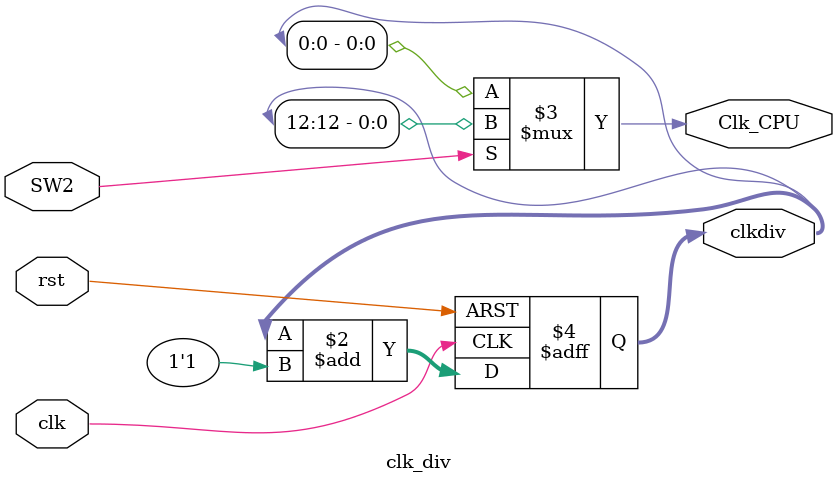
<source format=v>
`timescale 1ns / 1ps
module clk_div(input clk,
					input rst,
					input SW2,
					output reg[31:0]clkdiv,
					output Clk_CPU
					);
					
// Clock divider-Ê±ÖÓ·ÖÆµÆ÷


	always @ (posedge clk or posedge rst) begin 
		if (rst) clkdiv <= 0; else clkdiv <= clkdiv + 1'b1; end
		
	assign Clk_CPU=(SW2)? clkdiv[12] : clkdiv[0];
		
endmodule

</source>
